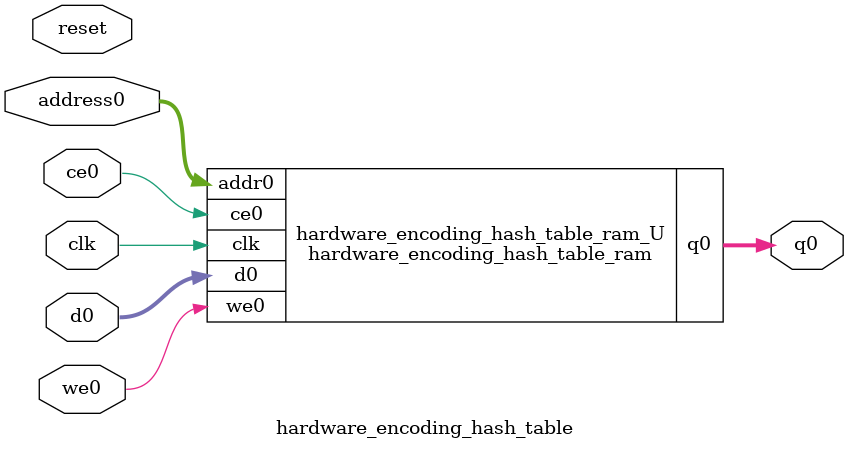
<source format=v>
`timescale 1 ns / 1 ps
module hardware_encoding_hash_table_ram (addr0, ce0, d0, we0, q0,  clk);

parameter DWIDTH = 33;
parameter AWIDTH = 15;
parameter MEM_SIZE = 32768;

input[AWIDTH-1:0] addr0;
input ce0;
input[DWIDTH-1:0] d0;
input we0;
output reg[DWIDTH-1:0] q0;
input clk;

reg [DWIDTH-1:0] ram[0:MEM_SIZE-1];




always @(posedge clk)  
begin 
    if (ce0) begin
        if (we0) 
            ram[addr0] <= d0; 
        q0 <= ram[addr0];
    end
end


endmodule

`timescale 1 ns / 1 ps
module hardware_encoding_hash_table(
    reset,
    clk,
    address0,
    ce0,
    we0,
    d0,
    q0);

parameter DataWidth = 32'd33;
parameter AddressRange = 32'd32768;
parameter AddressWidth = 32'd15;
input reset;
input clk;
input[AddressWidth - 1:0] address0;
input ce0;
input we0;
input[DataWidth - 1:0] d0;
output[DataWidth - 1:0] q0;



hardware_encoding_hash_table_ram hardware_encoding_hash_table_ram_U(
    .clk( clk ),
    .addr0( address0 ),
    .ce0( ce0 ),
    .we0( we0 ),
    .d0( d0 ),
    .q0( q0 ));

endmodule


</source>
